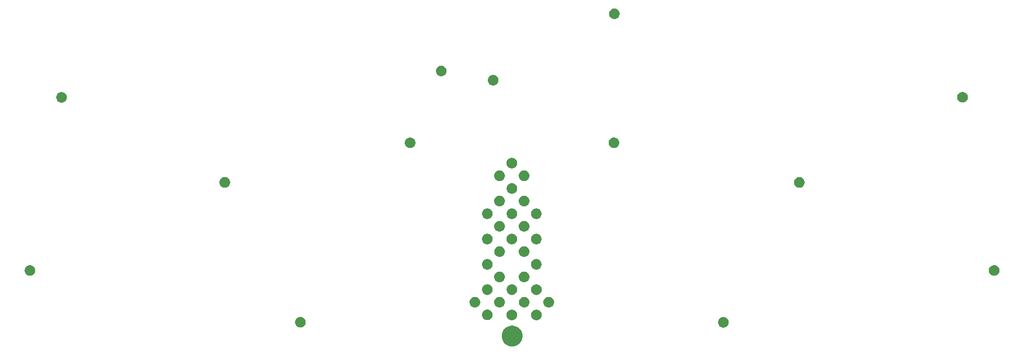
<source format=gbr>
G04 #@! TF.GenerationSoftware,KiCad,Pcbnew,(5.1.6-0-10_14)*
G04 #@! TF.CreationDate,2020-08-27T09:33:25+09:00*
G04 #@! TF.ProjectId,pcb-top-plate,7063622d-746f-4702-9d70-6c6174652e6b,2.0*
G04 #@! TF.SameCoordinates,Original*
G04 #@! TF.FileFunction,Soldermask,Bot*
G04 #@! TF.FilePolarity,Negative*
%FSLAX46Y46*%
G04 Gerber Fmt 4.6, Leading zero omitted, Abs format (unit mm)*
G04 Created by KiCad (PCBNEW (5.1.6-0-10_14)) date 2020-08-27 09:33:25*
%MOMM*%
%LPD*%
G01*
G04 APERTURE LIST*
%ADD10C,0.100000*%
G04 APERTURE END LIST*
D10*
G36*
X145075880Y-116619776D02*
G01*
X145456593Y-116695504D01*
X145866249Y-116865189D01*
X146234929Y-117111534D01*
X146548466Y-117425071D01*
X146794811Y-117793751D01*
X146964496Y-118203407D01*
X147051000Y-118638296D01*
X147051000Y-119081704D01*
X146964496Y-119516593D01*
X146794811Y-119926249D01*
X146548466Y-120294929D01*
X146234929Y-120608466D01*
X145866249Y-120854811D01*
X145456593Y-121024496D01*
X145075880Y-121100224D01*
X145021705Y-121111000D01*
X144578295Y-121111000D01*
X144524120Y-121100224D01*
X144143407Y-121024496D01*
X143733751Y-120854811D01*
X143365071Y-120608466D01*
X143051534Y-120294929D01*
X142805189Y-119926249D01*
X142635504Y-119516593D01*
X142549000Y-119081704D01*
X142549000Y-118638296D01*
X142635504Y-118203407D01*
X142805189Y-117793751D01*
X143051534Y-117425071D01*
X143365071Y-117111534D01*
X143733751Y-116865189D01*
X144143407Y-116695504D01*
X144524120Y-116619776D01*
X144578295Y-116609000D01*
X145021705Y-116609000D01*
X145075880Y-116619776D01*
G37*
G36*
X190874549Y-114761116D02*
G01*
X190985734Y-114783232D01*
X191087056Y-114825201D01*
X191171059Y-114859996D01*
X191195203Y-114869997D01*
X191383720Y-114995960D01*
X191544040Y-115156280D01*
X191670003Y-115344797D01*
X191756768Y-115554266D01*
X191801000Y-115776636D01*
X191801000Y-116003364D01*
X191756768Y-116225734D01*
X191670003Y-116435203D01*
X191544040Y-116623720D01*
X191383720Y-116784040D01*
X191195203Y-116910003D01*
X190985734Y-116996768D01*
X190874549Y-117018884D01*
X190763365Y-117041000D01*
X190536635Y-117041000D01*
X190425451Y-117018884D01*
X190314266Y-116996768D01*
X190104797Y-116910003D01*
X189916280Y-116784040D01*
X189755960Y-116623720D01*
X189629997Y-116435203D01*
X189543232Y-116225734D01*
X189499000Y-116003364D01*
X189499000Y-115776636D01*
X189543232Y-115554266D01*
X189629997Y-115344797D01*
X189755960Y-115156280D01*
X189916280Y-114995960D01*
X190104797Y-114869997D01*
X190128942Y-114859996D01*
X190212944Y-114825201D01*
X190314266Y-114783232D01*
X190425451Y-114761116D01*
X190536635Y-114739000D01*
X190763365Y-114739000D01*
X190874549Y-114761116D01*
G37*
G36*
X99043638Y-114739000D02*
G01*
X99215734Y-114773232D01*
X99425203Y-114859997D01*
X99613720Y-114985960D01*
X99774040Y-115146280D01*
X99900003Y-115334797D01*
X99986768Y-115544266D01*
X100031000Y-115766636D01*
X100031000Y-115993364D01*
X99986768Y-116215734D01*
X99900003Y-116425203D01*
X99774040Y-116613720D01*
X99613720Y-116774040D01*
X99425203Y-116900003D01*
X99425202Y-116900004D01*
X99425201Y-116900004D01*
X99363850Y-116925416D01*
X99215734Y-116986768D01*
X99165460Y-116996768D01*
X98993365Y-117031000D01*
X98766635Y-117031000D01*
X98594540Y-116996768D01*
X98544266Y-116986768D01*
X98396150Y-116925416D01*
X98334799Y-116900004D01*
X98334798Y-116900004D01*
X98334797Y-116900003D01*
X98146280Y-116774040D01*
X97985960Y-116613720D01*
X97859997Y-116425203D01*
X97773232Y-116215734D01*
X97729000Y-115993364D01*
X97729000Y-115766636D01*
X97773232Y-115544266D01*
X97859997Y-115334797D01*
X97985960Y-115146280D01*
X98146280Y-114985960D01*
X98334797Y-114859997D01*
X98544266Y-114773232D01*
X98716362Y-114739000D01*
X98766635Y-114729000D01*
X98993365Y-114729000D01*
X99043638Y-114739000D01*
G37*
G36*
X150304549Y-113151116D02*
G01*
X150415734Y-113173232D01*
X150563850Y-113234584D01*
X150601059Y-113249996D01*
X150625203Y-113259997D01*
X150813720Y-113385960D01*
X150974040Y-113546280D01*
X151100003Y-113734797D01*
X151186768Y-113944266D01*
X151231000Y-114166636D01*
X151231000Y-114393364D01*
X151186768Y-114615734D01*
X151100003Y-114825203D01*
X150974040Y-115013720D01*
X150813720Y-115174040D01*
X150625203Y-115300003D01*
X150415734Y-115386768D01*
X150304549Y-115408884D01*
X150193365Y-115431000D01*
X149966635Y-115431000D01*
X149855451Y-115408884D01*
X149744266Y-115386768D01*
X149534797Y-115300003D01*
X149346280Y-115174040D01*
X149185960Y-115013720D01*
X149059997Y-114825203D01*
X148973232Y-114615734D01*
X148929000Y-114393364D01*
X148929000Y-114166636D01*
X148973232Y-113944266D01*
X149059997Y-113734797D01*
X149185960Y-113546280D01*
X149346280Y-113385960D01*
X149534797Y-113259997D01*
X149558942Y-113249996D01*
X149596150Y-113234584D01*
X149744266Y-113173232D01*
X149855451Y-113151116D01*
X149966635Y-113129000D01*
X150193365Y-113129000D01*
X150304549Y-113151116D01*
G37*
G36*
X144974549Y-113151116D02*
G01*
X145085734Y-113173232D01*
X145233850Y-113234584D01*
X145271059Y-113249996D01*
X145295203Y-113259997D01*
X145483720Y-113385960D01*
X145644040Y-113546280D01*
X145770003Y-113734797D01*
X145856768Y-113944266D01*
X145901000Y-114166636D01*
X145901000Y-114393364D01*
X145856768Y-114615734D01*
X145770003Y-114825203D01*
X145644040Y-115013720D01*
X145483720Y-115174040D01*
X145295203Y-115300003D01*
X145085734Y-115386768D01*
X144974549Y-115408884D01*
X144863365Y-115431000D01*
X144636635Y-115431000D01*
X144525451Y-115408884D01*
X144414266Y-115386768D01*
X144204797Y-115300003D01*
X144016280Y-115174040D01*
X143855960Y-115013720D01*
X143729997Y-114825203D01*
X143643232Y-114615734D01*
X143599000Y-114393364D01*
X143599000Y-114166636D01*
X143643232Y-113944266D01*
X143729997Y-113734797D01*
X143855960Y-113546280D01*
X144016280Y-113385960D01*
X144204797Y-113259997D01*
X144228942Y-113249996D01*
X144266150Y-113234584D01*
X144414266Y-113173232D01*
X144525451Y-113151116D01*
X144636635Y-113129000D01*
X144863365Y-113129000D01*
X144974549Y-113151116D01*
G37*
G36*
X139603638Y-113129000D02*
G01*
X139775734Y-113163232D01*
X139985203Y-113249997D01*
X140173720Y-113375960D01*
X140334040Y-113536280D01*
X140460003Y-113724797D01*
X140546768Y-113934266D01*
X140591000Y-114156636D01*
X140591000Y-114383364D01*
X140546768Y-114605734D01*
X140460003Y-114815203D01*
X140334040Y-115003720D01*
X140173720Y-115164040D01*
X139985203Y-115290003D01*
X139985202Y-115290004D01*
X139985201Y-115290004D01*
X139923850Y-115315416D01*
X139775734Y-115376768D01*
X139725460Y-115386768D01*
X139553365Y-115421000D01*
X139326635Y-115421000D01*
X139154540Y-115386768D01*
X139104266Y-115376768D01*
X138956150Y-115315416D01*
X138894799Y-115290004D01*
X138894798Y-115290004D01*
X138894797Y-115290003D01*
X138706280Y-115164040D01*
X138545960Y-115003720D01*
X138419997Y-114815203D01*
X138333232Y-114605734D01*
X138289000Y-114383364D01*
X138289000Y-114156636D01*
X138333232Y-113934266D01*
X138419997Y-113724797D01*
X138545960Y-113536280D01*
X138706280Y-113375960D01*
X138894797Y-113249997D01*
X139104266Y-113163232D01*
X139276362Y-113129000D01*
X139326635Y-113119000D01*
X139553365Y-113119000D01*
X139603638Y-113129000D01*
G37*
G36*
X152974549Y-110391116D02*
G01*
X153085734Y-110413232D01*
X153295203Y-110499997D01*
X153483720Y-110625960D01*
X153644040Y-110786280D01*
X153770003Y-110974797D01*
X153856768Y-111184266D01*
X153901000Y-111406636D01*
X153901000Y-111633364D01*
X153856768Y-111855734D01*
X153770003Y-112065203D01*
X153644040Y-112253720D01*
X153483720Y-112414040D01*
X153295203Y-112540003D01*
X153085734Y-112626768D01*
X152974549Y-112648884D01*
X152863365Y-112671000D01*
X152636635Y-112671000D01*
X152525451Y-112648884D01*
X152414266Y-112626768D01*
X152204797Y-112540003D01*
X152016280Y-112414040D01*
X151855960Y-112253720D01*
X151729997Y-112065203D01*
X151643232Y-111855734D01*
X151599000Y-111633364D01*
X151599000Y-111406636D01*
X151643232Y-111184266D01*
X151729997Y-110974797D01*
X151855960Y-110786280D01*
X152016280Y-110625960D01*
X152204797Y-110499997D01*
X152414266Y-110413232D01*
X152525451Y-110391116D01*
X152636635Y-110369000D01*
X152863365Y-110369000D01*
X152974549Y-110391116D01*
G37*
G36*
X147654549Y-110391116D02*
G01*
X147765734Y-110413232D01*
X147975203Y-110499997D01*
X148163720Y-110625960D01*
X148324040Y-110786280D01*
X148450003Y-110974797D01*
X148536768Y-111184266D01*
X148581000Y-111406636D01*
X148581000Y-111633364D01*
X148536768Y-111855734D01*
X148450003Y-112065203D01*
X148324040Y-112253720D01*
X148163720Y-112414040D01*
X147975203Y-112540003D01*
X147765734Y-112626768D01*
X147654549Y-112648884D01*
X147543365Y-112671000D01*
X147316635Y-112671000D01*
X147205451Y-112648884D01*
X147094266Y-112626768D01*
X146884797Y-112540003D01*
X146696280Y-112414040D01*
X146535960Y-112253720D01*
X146409997Y-112065203D01*
X146323232Y-111855734D01*
X146279000Y-111633364D01*
X146279000Y-111406636D01*
X146323232Y-111184266D01*
X146409997Y-110974797D01*
X146535960Y-110786280D01*
X146696280Y-110625960D01*
X146884797Y-110499997D01*
X147094266Y-110413232D01*
X147205451Y-110391116D01*
X147316635Y-110369000D01*
X147543365Y-110369000D01*
X147654549Y-110391116D01*
G37*
G36*
X142304549Y-110391116D02*
G01*
X142415734Y-110413232D01*
X142625203Y-110499997D01*
X142813720Y-110625960D01*
X142974040Y-110786280D01*
X143100003Y-110974797D01*
X143186768Y-111184266D01*
X143231000Y-111406636D01*
X143231000Y-111633364D01*
X143186768Y-111855734D01*
X143100003Y-112065203D01*
X142974040Y-112253720D01*
X142813720Y-112414040D01*
X142625203Y-112540003D01*
X142415734Y-112626768D01*
X142304549Y-112648884D01*
X142193365Y-112671000D01*
X141966635Y-112671000D01*
X141855451Y-112648884D01*
X141744266Y-112626768D01*
X141534797Y-112540003D01*
X141346280Y-112414040D01*
X141185960Y-112253720D01*
X141059997Y-112065203D01*
X140973232Y-111855734D01*
X140929000Y-111633364D01*
X140929000Y-111406636D01*
X140973232Y-111184266D01*
X141059997Y-110974797D01*
X141185960Y-110786280D01*
X141346280Y-110625960D01*
X141534797Y-110499997D01*
X141744266Y-110413232D01*
X141855451Y-110391116D01*
X141966635Y-110369000D01*
X142193365Y-110369000D01*
X142304549Y-110391116D01*
G37*
G36*
X136964549Y-110391116D02*
G01*
X137075734Y-110413232D01*
X137285203Y-110499997D01*
X137473720Y-110625960D01*
X137634040Y-110786280D01*
X137760003Y-110974797D01*
X137846768Y-111184266D01*
X137891000Y-111406636D01*
X137891000Y-111633364D01*
X137846768Y-111855734D01*
X137760003Y-112065203D01*
X137634040Y-112253720D01*
X137473720Y-112414040D01*
X137285203Y-112540003D01*
X137075734Y-112626768D01*
X136964549Y-112648884D01*
X136853365Y-112671000D01*
X136626635Y-112671000D01*
X136515451Y-112648884D01*
X136404266Y-112626768D01*
X136194797Y-112540003D01*
X136006280Y-112414040D01*
X135845960Y-112253720D01*
X135719997Y-112065203D01*
X135633232Y-111855734D01*
X135589000Y-111633364D01*
X135589000Y-111406636D01*
X135633232Y-111184266D01*
X135719997Y-110974797D01*
X135845960Y-110786280D01*
X136006280Y-110625960D01*
X136194797Y-110499997D01*
X136404266Y-110413232D01*
X136515451Y-110391116D01*
X136626635Y-110369000D01*
X136853365Y-110369000D01*
X136964549Y-110391116D01*
G37*
G36*
X144984549Y-107641116D02*
G01*
X145095734Y-107663232D01*
X145305203Y-107749997D01*
X145493720Y-107875960D01*
X145654040Y-108036280D01*
X145780003Y-108224797D01*
X145866768Y-108434266D01*
X145911000Y-108656636D01*
X145911000Y-108883364D01*
X145866768Y-109105734D01*
X145780003Y-109315203D01*
X145654040Y-109503720D01*
X145493720Y-109664040D01*
X145305203Y-109790003D01*
X145095734Y-109876768D01*
X144984549Y-109898884D01*
X144873365Y-109921000D01*
X144646635Y-109921000D01*
X144535451Y-109898884D01*
X144424266Y-109876768D01*
X144214797Y-109790003D01*
X144026280Y-109664040D01*
X143865960Y-109503720D01*
X143739997Y-109315203D01*
X143653232Y-109105734D01*
X143609000Y-108883364D01*
X143609000Y-108656636D01*
X143653232Y-108434266D01*
X143739997Y-108224797D01*
X143865960Y-108036280D01*
X144026280Y-107875960D01*
X144214797Y-107749997D01*
X144424266Y-107663232D01*
X144535451Y-107641116D01*
X144646635Y-107619000D01*
X144873365Y-107619000D01*
X144984549Y-107641116D01*
G37*
G36*
X139664549Y-107641116D02*
G01*
X139775734Y-107663232D01*
X139985203Y-107749997D01*
X140173720Y-107875960D01*
X140334040Y-108036280D01*
X140460003Y-108224797D01*
X140546768Y-108434266D01*
X140591000Y-108656636D01*
X140591000Y-108883364D01*
X140546768Y-109105734D01*
X140460003Y-109315203D01*
X140334040Y-109503720D01*
X140173720Y-109664040D01*
X139985203Y-109790003D01*
X139775734Y-109876768D01*
X139664549Y-109898884D01*
X139553365Y-109921000D01*
X139326635Y-109921000D01*
X139215451Y-109898884D01*
X139104266Y-109876768D01*
X138894797Y-109790003D01*
X138706280Y-109664040D01*
X138545960Y-109503720D01*
X138419997Y-109315203D01*
X138333232Y-109105734D01*
X138289000Y-108883364D01*
X138289000Y-108656636D01*
X138333232Y-108434266D01*
X138419997Y-108224797D01*
X138545960Y-108036280D01*
X138706280Y-107875960D01*
X138894797Y-107749997D01*
X139104266Y-107663232D01*
X139215451Y-107641116D01*
X139326635Y-107619000D01*
X139553365Y-107619000D01*
X139664549Y-107641116D01*
G37*
G36*
X150304549Y-107641116D02*
G01*
X150415734Y-107663232D01*
X150625203Y-107749997D01*
X150813720Y-107875960D01*
X150974040Y-108036280D01*
X151100003Y-108224797D01*
X151186768Y-108434266D01*
X151231000Y-108656636D01*
X151231000Y-108883364D01*
X151186768Y-109105734D01*
X151100003Y-109315203D01*
X150974040Y-109503720D01*
X150813720Y-109664040D01*
X150625203Y-109790003D01*
X150415734Y-109876768D01*
X150304549Y-109898884D01*
X150193365Y-109921000D01*
X149966635Y-109921000D01*
X149855451Y-109898884D01*
X149744266Y-109876768D01*
X149534797Y-109790003D01*
X149346280Y-109664040D01*
X149185960Y-109503720D01*
X149059997Y-109315203D01*
X148973232Y-109105734D01*
X148929000Y-108883364D01*
X148929000Y-108656636D01*
X148973232Y-108434266D01*
X149059997Y-108224797D01*
X149185960Y-108036280D01*
X149346280Y-107875960D01*
X149534797Y-107749997D01*
X149744266Y-107663232D01*
X149855451Y-107641116D01*
X149966635Y-107619000D01*
X150193365Y-107619000D01*
X150304549Y-107641116D01*
G37*
G36*
X142304549Y-104891116D02*
G01*
X142415734Y-104913232D01*
X142563850Y-104974584D01*
X142601059Y-104989996D01*
X142625203Y-104999997D01*
X142813720Y-105125960D01*
X142974040Y-105286280D01*
X143100003Y-105474797D01*
X143186768Y-105684266D01*
X143231000Y-105906636D01*
X143231000Y-106133364D01*
X143186768Y-106355734D01*
X143100003Y-106565203D01*
X142974040Y-106753720D01*
X142813720Y-106914040D01*
X142625203Y-107040003D01*
X142415734Y-107126768D01*
X142304549Y-107148884D01*
X142193365Y-107171000D01*
X141966635Y-107171000D01*
X141855451Y-107148884D01*
X141744266Y-107126768D01*
X141534797Y-107040003D01*
X141346280Y-106914040D01*
X141185960Y-106753720D01*
X141059997Y-106565203D01*
X140973232Y-106355734D01*
X140929000Y-106133364D01*
X140929000Y-105906636D01*
X140973232Y-105684266D01*
X141059997Y-105474797D01*
X141185960Y-105286280D01*
X141346280Y-105125960D01*
X141534797Y-104999997D01*
X141558942Y-104989996D01*
X141596150Y-104974584D01*
X141744266Y-104913232D01*
X141855451Y-104891116D01*
X141966635Y-104869000D01*
X142193365Y-104869000D01*
X142304549Y-104891116D01*
G37*
G36*
X147583638Y-104869000D02*
G01*
X147755734Y-104903232D01*
X147965203Y-104989997D01*
X148153720Y-105115960D01*
X148314040Y-105276280D01*
X148440003Y-105464797D01*
X148526768Y-105674266D01*
X148571000Y-105896636D01*
X148571000Y-106123364D01*
X148526768Y-106345734D01*
X148440003Y-106555203D01*
X148314040Y-106743720D01*
X148153720Y-106904040D01*
X147965203Y-107030003D01*
X147965202Y-107030004D01*
X147965201Y-107030004D01*
X147903850Y-107055416D01*
X147755734Y-107116768D01*
X147705460Y-107126768D01*
X147533365Y-107161000D01*
X147306635Y-107161000D01*
X147134540Y-107126768D01*
X147084266Y-107116768D01*
X146936150Y-107055416D01*
X146874799Y-107030004D01*
X146874798Y-107030004D01*
X146874797Y-107030003D01*
X146686280Y-106904040D01*
X146525960Y-106743720D01*
X146399997Y-106555203D01*
X146313232Y-106345734D01*
X146269000Y-106123364D01*
X146269000Y-105896636D01*
X146313232Y-105674266D01*
X146399997Y-105464797D01*
X146525960Y-105276280D01*
X146686280Y-105115960D01*
X146874797Y-104989997D01*
X147084266Y-104903232D01*
X147256362Y-104869000D01*
X147306635Y-104859000D01*
X147533365Y-104859000D01*
X147583638Y-104869000D01*
G37*
G36*
X249624549Y-103481116D02*
G01*
X249735734Y-103503232D01*
X249945203Y-103589997D01*
X250133720Y-103715960D01*
X250294040Y-103876280D01*
X250420003Y-104064797D01*
X250506768Y-104274266D01*
X250551000Y-104496636D01*
X250551000Y-104723364D01*
X250506768Y-104945734D01*
X250420003Y-105155203D01*
X250294040Y-105343720D01*
X250133720Y-105504040D01*
X249945203Y-105630003D01*
X249735734Y-105716768D01*
X249624549Y-105738884D01*
X249513365Y-105761000D01*
X249286635Y-105761000D01*
X249175451Y-105738884D01*
X249064266Y-105716768D01*
X248854797Y-105630003D01*
X248666280Y-105504040D01*
X248505960Y-105343720D01*
X248379997Y-105155203D01*
X248293232Y-104945734D01*
X248249000Y-104723364D01*
X248249000Y-104496636D01*
X248293232Y-104274266D01*
X248379997Y-104064797D01*
X248505960Y-103876280D01*
X248666280Y-103715960D01*
X248854797Y-103589997D01*
X249064266Y-103503232D01*
X249175451Y-103481116D01*
X249286635Y-103459000D01*
X249513365Y-103459000D01*
X249624549Y-103481116D01*
G37*
G36*
X40424549Y-103481116D02*
G01*
X40535734Y-103503232D01*
X40745203Y-103589997D01*
X40933720Y-103715960D01*
X41094040Y-103876280D01*
X41220003Y-104064797D01*
X41306768Y-104274266D01*
X41351000Y-104496636D01*
X41351000Y-104723364D01*
X41306768Y-104945734D01*
X41220003Y-105155203D01*
X41094040Y-105343720D01*
X40933720Y-105504040D01*
X40745203Y-105630003D01*
X40535734Y-105716768D01*
X40424549Y-105738884D01*
X40313365Y-105761000D01*
X40086635Y-105761000D01*
X39975451Y-105738884D01*
X39864266Y-105716768D01*
X39654797Y-105630003D01*
X39466280Y-105504040D01*
X39305960Y-105343720D01*
X39179997Y-105155203D01*
X39093232Y-104945734D01*
X39049000Y-104723364D01*
X39049000Y-104496636D01*
X39093232Y-104274266D01*
X39179997Y-104064797D01*
X39305960Y-103876280D01*
X39466280Y-103715960D01*
X39654797Y-103589997D01*
X39864266Y-103503232D01*
X39975451Y-103481116D01*
X40086635Y-103459000D01*
X40313365Y-103459000D01*
X40424549Y-103481116D01*
G37*
G36*
X150294549Y-102141116D02*
G01*
X150405734Y-102163232D01*
X150615203Y-102249997D01*
X150803720Y-102375960D01*
X150964040Y-102536280D01*
X151090003Y-102724797D01*
X151176768Y-102934266D01*
X151221000Y-103156636D01*
X151221000Y-103383364D01*
X151176768Y-103605734D01*
X151090003Y-103815203D01*
X150964040Y-104003720D01*
X150803720Y-104164040D01*
X150615203Y-104290003D01*
X150405734Y-104376768D01*
X150294549Y-104398884D01*
X150183365Y-104421000D01*
X149956635Y-104421000D01*
X149845451Y-104398884D01*
X149734266Y-104376768D01*
X149524797Y-104290003D01*
X149336280Y-104164040D01*
X149175960Y-104003720D01*
X149049997Y-103815203D01*
X148963232Y-103605734D01*
X148919000Y-103383364D01*
X148919000Y-103156636D01*
X148963232Y-102934266D01*
X149049997Y-102724797D01*
X149175960Y-102536280D01*
X149336280Y-102375960D01*
X149524797Y-102249997D01*
X149734266Y-102163232D01*
X149845451Y-102141116D01*
X149956635Y-102119000D01*
X150183365Y-102119000D01*
X150294549Y-102141116D01*
G37*
G36*
X139664549Y-102141116D02*
G01*
X139775734Y-102163232D01*
X139985203Y-102249997D01*
X140173720Y-102375960D01*
X140334040Y-102536280D01*
X140460003Y-102724797D01*
X140546768Y-102934266D01*
X140591000Y-103156636D01*
X140591000Y-103383364D01*
X140546768Y-103605734D01*
X140460003Y-103815203D01*
X140334040Y-104003720D01*
X140173720Y-104164040D01*
X139985203Y-104290003D01*
X139775734Y-104376768D01*
X139664549Y-104398884D01*
X139553365Y-104421000D01*
X139326635Y-104421000D01*
X139215451Y-104398884D01*
X139104266Y-104376768D01*
X138894797Y-104290003D01*
X138706280Y-104164040D01*
X138545960Y-104003720D01*
X138419997Y-103815203D01*
X138333232Y-103605734D01*
X138289000Y-103383364D01*
X138289000Y-103156636D01*
X138333232Y-102934266D01*
X138419997Y-102724797D01*
X138545960Y-102536280D01*
X138706280Y-102375960D01*
X138894797Y-102249997D01*
X139104266Y-102163232D01*
X139215451Y-102141116D01*
X139326635Y-102119000D01*
X139553365Y-102119000D01*
X139664549Y-102141116D01*
G37*
G36*
X147644549Y-99381116D02*
G01*
X147755734Y-99403232D01*
X147965203Y-99489997D01*
X148153720Y-99615960D01*
X148314040Y-99776280D01*
X148440003Y-99964797D01*
X148526768Y-100174266D01*
X148571000Y-100396636D01*
X148571000Y-100623364D01*
X148526768Y-100845734D01*
X148440003Y-101055203D01*
X148314040Y-101243720D01*
X148153720Y-101404040D01*
X147965203Y-101530003D01*
X147755734Y-101616768D01*
X147644549Y-101638884D01*
X147533365Y-101661000D01*
X147306635Y-101661000D01*
X147195451Y-101638884D01*
X147084266Y-101616768D01*
X146874797Y-101530003D01*
X146686280Y-101404040D01*
X146525960Y-101243720D01*
X146399997Y-101055203D01*
X146313232Y-100845734D01*
X146269000Y-100623364D01*
X146269000Y-100396636D01*
X146313232Y-100174266D01*
X146399997Y-99964797D01*
X146525960Y-99776280D01*
X146686280Y-99615960D01*
X146874797Y-99489997D01*
X147084266Y-99403232D01*
X147195451Y-99381116D01*
X147306635Y-99359000D01*
X147533365Y-99359000D01*
X147644549Y-99381116D01*
G37*
G36*
X142314549Y-99381116D02*
G01*
X142425734Y-99403232D01*
X142635203Y-99489997D01*
X142823720Y-99615960D01*
X142984040Y-99776280D01*
X143110003Y-99964797D01*
X143196768Y-100174266D01*
X143241000Y-100396636D01*
X143241000Y-100623364D01*
X143196768Y-100845734D01*
X143110003Y-101055203D01*
X142984040Y-101243720D01*
X142823720Y-101404040D01*
X142635203Y-101530003D01*
X142425734Y-101616768D01*
X142314549Y-101638884D01*
X142203365Y-101661000D01*
X141976635Y-101661000D01*
X141865451Y-101638884D01*
X141754266Y-101616768D01*
X141544797Y-101530003D01*
X141356280Y-101404040D01*
X141195960Y-101243720D01*
X141069997Y-101055203D01*
X140983232Y-100845734D01*
X140939000Y-100623364D01*
X140939000Y-100396636D01*
X140983232Y-100174266D01*
X141069997Y-99964797D01*
X141195960Y-99776280D01*
X141356280Y-99615960D01*
X141544797Y-99489997D01*
X141754266Y-99403232D01*
X141865451Y-99381116D01*
X141976635Y-99359000D01*
X142203365Y-99359000D01*
X142314549Y-99381116D01*
G37*
G36*
X150294549Y-96641116D02*
G01*
X150405734Y-96663232D01*
X150615203Y-96749997D01*
X150803720Y-96875960D01*
X150964040Y-97036280D01*
X151090003Y-97224797D01*
X151176768Y-97434266D01*
X151221000Y-97656636D01*
X151221000Y-97883364D01*
X151176768Y-98105734D01*
X151090003Y-98315203D01*
X150964040Y-98503720D01*
X150803720Y-98664040D01*
X150615203Y-98790003D01*
X150405734Y-98876768D01*
X150294549Y-98898884D01*
X150183365Y-98921000D01*
X149956635Y-98921000D01*
X149845451Y-98898884D01*
X149734266Y-98876768D01*
X149524797Y-98790003D01*
X149336280Y-98664040D01*
X149175960Y-98503720D01*
X149049997Y-98315203D01*
X148963232Y-98105734D01*
X148919000Y-97883364D01*
X148919000Y-97656636D01*
X148963232Y-97434266D01*
X149049997Y-97224797D01*
X149175960Y-97036280D01*
X149336280Y-96875960D01*
X149524797Y-96749997D01*
X149734266Y-96663232D01*
X149845451Y-96641116D01*
X149956635Y-96619000D01*
X150183365Y-96619000D01*
X150294549Y-96641116D01*
G37*
G36*
X139664549Y-96641116D02*
G01*
X139775734Y-96663232D01*
X139985203Y-96749997D01*
X140173720Y-96875960D01*
X140334040Y-97036280D01*
X140460003Y-97224797D01*
X140546768Y-97434266D01*
X140591000Y-97656636D01*
X140591000Y-97883364D01*
X140546768Y-98105734D01*
X140460003Y-98315203D01*
X140334040Y-98503720D01*
X140173720Y-98664040D01*
X139985203Y-98790003D01*
X139775734Y-98876768D01*
X139664549Y-98898884D01*
X139553365Y-98921000D01*
X139326635Y-98921000D01*
X139215451Y-98898884D01*
X139104266Y-98876768D01*
X138894797Y-98790003D01*
X138706280Y-98664040D01*
X138545960Y-98503720D01*
X138419997Y-98315203D01*
X138333232Y-98105734D01*
X138289000Y-97883364D01*
X138289000Y-97656636D01*
X138333232Y-97434266D01*
X138419997Y-97224797D01*
X138545960Y-97036280D01*
X138706280Y-96875960D01*
X138894797Y-96749997D01*
X139104266Y-96663232D01*
X139215451Y-96641116D01*
X139326635Y-96619000D01*
X139553365Y-96619000D01*
X139664549Y-96641116D01*
G37*
G36*
X144974549Y-96641116D02*
G01*
X145085734Y-96663232D01*
X145295203Y-96749997D01*
X145483720Y-96875960D01*
X145644040Y-97036280D01*
X145770003Y-97224797D01*
X145856768Y-97434266D01*
X145901000Y-97656636D01*
X145901000Y-97883364D01*
X145856768Y-98105734D01*
X145770003Y-98315203D01*
X145644040Y-98503720D01*
X145483720Y-98664040D01*
X145295203Y-98790003D01*
X145085734Y-98876768D01*
X144974549Y-98898884D01*
X144863365Y-98921000D01*
X144636635Y-98921000D01*
X144525451Y-98898884D01*
X144414266Y-98876768D01*
X144204797Y-98790003D01*
X144016280Y-98664040D01*
X143855960Y-98503720D01*
X143729997Y-98315203D01*
X143643232Y-98105734D01*
X143599000Y-97883364D01*
X143599000Y-97656636D01*
X143643232Y-97434266D01*
X143729997Y-97224797D01*
X143855960Y-97036280D01*
X144016280Y-96875960D01*
X144204797Y-96749997D01*
X144414266Y-96663232D01*
X144525451Y-96641116D01*
X144636635Y-96619000D01*
X144863365Y-96619000D01*
X144974549Y-96641116D01*
G37*
G36*
X142304549Y-93881116D02*
G01*
X142415734Y-93903232D01*
X142625203Y-93989997D01*
X142813720Y-94115960D01*
X142974040Y-94276280D01*
X143100003Y-94464797D01*
X143186768Y-94674266D01*
X143231000Y-94896636D01*
X143231000Y-95123364D01*
X143186768Y-95345734D01*
X143100003Y-95555203D01*
X142974040Y-95743720D01*
X142813720Y-95904040D01*
X142625203Y-96030003D01*
X142415734Y-96116768D01*
X142304549Y-96138884D01*
X142193365Y-96161000D01*
X141966635Y-96161000D01*
X141855451Y-96138884D01*
X141744266Y-96116768D01*
X141534797Y-96030003D01*
X141346280Y-95904040D01*
X141185960Y-95743720D01*
X141059997Y-95555203D01*
X140973232Y-95345734D01*
X140929000Y-95123364D01*
X140929000Y-94896636D01*
X140973232Y-94674266D01*
X141059997Y-94464797D01*
X141185960Y-94276280D01*
X141346280Y-94115960D01*
X141534797Y-93989997D01*
X141744266Y-93903232D01*
X141855451Y-93881116D01*
X141966635Y-93859000D01*
X142193365Y-93859000D01*
X142304549Y-93881116D01*
G37*
G36*
X147644549Y-93881116D02*
G01*
X147755734Y-93903232D01*
X147965203Y-93989997D01*
X148153720Y-94115960D01*
X148314040Y-94276280D01*
X148440003Y-94464797D01*
X148526768Y-94674266D01*
X148571000Y-94896636D01*
X148571000Y-95123364D01*
X148526768Y-95345734D01*
X148440003Y-95555203D01*
X148314040Y-95743720D01*
X148153720Y-95904040D01*
X147965203Y-96030003D01*
X147755734Y-96116768D01*
X147644549Y-96138884D01*
X147533365Y-96161000D01*
X147306635Y-96161000D01*
X147195451Y-96138884D01*
X147084266Y-96116768D01*
X146874797Y-96030003D01*
X146686280Y-95904040D01*
X146525960Y-95743720D01*
X146399997Y-95555203D01*
X146313232Y-95345734D01*
X146269000Y-95123364D01*
X146269000Y-94896636D01*
X146313232Y-94674266D01*
X146399997Y-94464797D01*
X146525960Y-94276280D01*
X146686280Y-94115960D01*
X146874797Y-93989997D01*
X147084266Y-93903232D01*
X147195451Y-93881116D01*
X147306635Y-93859000D01*
X147533365Y-93859000D01*
X147644549Y-93881116D01*
G37*
G36*
X144984549Y-91141116D02*
G01*
X145095734Y-91163232D01*
X145305203Y-91249997D01*
X145493720Y-91375960D01*
X145654040Y-91536280D01*
X145780003Y-91724797D01*
X145866768Y-91934266D01*
X145911000Y-92156636D01*
X145911000Y-92383364D01*
X145866768Y-92605734D01*
X145780003Y-92815203D01*
X145654040Y-93003720D01*
X145493720Y-93164040D01*
X145305203Y-93290003D01*
X145095734Y-93376768D01*
X144984549Y-93398884D01*
X144873365Y-93421000D01*
X144646635Y-93421000D01*
X144535451Y-93398884D01*
X144424266Y-93376768D01*
X144214797Y-93290003D01*
X144026280Y-93164040D01*
X143865960Y-93003720D01*
X143739997Y-92815203D01*
X143653232Y-92605734D01*
X143609000Y-92383364D01*
X143609000Y-92156636D01*
X143653232Y-91934266D01*
X143739997Y-91724797D01*
X143865960Y-91536280D01*
X144026280Y-91375960D01*
X144214797Y-91249997D01*
X144424266Y-91163232D01*
X144535451Y-91141116D01*
X144646635Y-91119000D01*
X144873365Y-91119000D01*
X144984549Y-91141116D01*
G37*
G36*
X139664549Y-91141116D02*
G01*
X139775734Y-91163232D01*
X139985203Y-91249997D01*
X140173720Y-91375960D01*
X140334040Y-91536280D01*
X140460003Y-91724797D01*
X140546768Y-91934266D01*
X140591000Y-92156636D01*
X140591000Y-92383364D01*
X140546768Y-92605734D01*
X140460003Y-92815203D01*
X140334040Y-93003720D01*
X140173720Y-93164040D01*
X139985203Y-93290003D01*
X139775734Y-93376768D01*
X139664549Y-93398884D01*
X139553365Y-93421000D01*
X139326635Y-93421000D01*
X139215451Y-93398884D01*
X139104266Y-93376768D01*
X138894797Y-93290003D01*
X138706280Y-93164040D01*
X138545960Y-93003720D01*
X138419997Y-92815203D01*
X138333232Y-92605734D01*
X138289000Y-92383364D01*
X138289000Y-92156636D01*
X138333232Y-91934266D01*
X138419997Y-91724797D01*
X138545960Y-91536280D01*
X138706280Y-91375960D01*
X138894797Y-91249997D01*
X139104266Y-91163232D01*
X139215451Y-91141116D01*
X139326635Y-91119000D01*
X139553365Y-91119000D01*
X139664549Y-91141116D01*
G37*
G36*
X150294549Y-91141116D02*
G01*
X150405734Y-91163232D01*
X150615203Y-91249997D01*
X150803720Y-91375960D01*
X150964040Y-91536280D01*
X151090003Y-91724797D01*
X151176768Y-91934266D01*
X151221000Y-92156636D01*
X151221000Y-92383364D01*
X151176768Y-92605734D01*
X151090003Y-92815203D01*
X150964040Y-93003720D01*
X150803720Y-93164040D01*
X150615203Y-93290003D01*
X150405734Y-93376768D01*
X150294549Y-93398884D01*
X150183365Y-93421000D01*
X149956635Y-93421000D01*
X149845451Y-93398884D01*
X149734266Y-93376768D01*
X149524797Y-93290003D01*
X149336280Y-93164040D01*
X149175960Y-93003720D01*
X149049997Y-92815203D01*
X148963232Y-92605734D01*
X148919000Y-92383364D01*
X148919000Y-92156636D01*
X148963232Y-91934266D01*
X149049997Y-91724797D01*
X149175960Y-91536280D01*
X149336280Y-91375960D01*
X149524797Y-91249997D01*
X149734266Y-91163232D01*
X149845451Y-91141116D01*
X149956635Y-91119000D01*
X150183365Y-91119000D01*
X150294549Y-91141116D01*
G37*
G36*
X147644549Y-88381116D02*
G01*
X147755734Y-88403232D01*
X147965203Y-88489997D01*
X148153720Y-88615960D01*
X148314040Y-88776280D01*
X148440003Y-88964797D01*
X148526768Y-89174266D01*
X148571000Y-89396636D01*
X148571000Y-89623364D01*
X148526768Y-89845734D01*
X148440003Y-90055203D01*
X148314040Y-90243720D01*
X148153720Y-90404040D01*
X147965203Y-90530003D01*
X147755734Y-90616768D01*
X147644549Y-90638884D01*
X147533365Y-90661000D01*
X147306635Y-90661000D01*
X147195451Y-90638884D01*
X147084266Y-90616768D01*
X146874797Y-90530003D01*
X146686280Y-90404040D01*
X146525960Y-90243720D01*
X146399997Y-90055203D01*
X146313232Y-89845734D01*
X146269000Y-89623364D01*
X146269000Y-89396636D01*
X146313232Y-89174266D01*
X146399997Y-88964797D01*
X146525960Y-88776280D01*
X146686280Y-88615960D01*
X146874797Y-88489997D01*
X147084266Y-88403232D01*
X147195451Y-88381116D01*
X147306635Y-88359000D01*
X147533365Y-88359000D01*
X147644549Y-88381116D01*
G37*
G36*
X142304549Y-88381116D02*
G01*
X142415734Y-88403232D01*
X142625203Y-88489997D01*
X142813720Y-88615960D01*
X142974040Y-88776280D01*
X143100003Y-88964797D01*
X143186768Y-89174266D01*
X143231000Y-89396636D01*
X143231000Y-89623364D01*
X143186768Y-89845734D01*
X143100003Y-90055203D01*
X142974040Y-90243720D01*
X142813720Y-90404040D01*
X142625203Y-90530003D01*
X142415734Y-90616768D01*
X142304549Y-90638884D01*
X142193365Y-90661000D01*
X141966635Y-90661000D01*
X141855451Y-90638884D01*
X141744266Y-90616768D01*
X141534797Y-90530003D01*
X141346280Y-90404040D01*
X141185960Y-90243720D01*
X141059997Y-90055203D01*
X140973232Y-89845734D01*
X140929000Y-89623364D01*
X140929000Y-89396636D01*
X140973232Y-89174266D01*
X141059997Y-88964797D01*
X141185960Y-88776280D01*
X141346280Y-88615960D01*
X141534797Y-88489997D01*
X141744266Y-88403232D01*
X141855451Y-88381116D01*
X141966635Y-88359000D01*
X142193365Y-88359000D01*
X142304549Y-88381116D01*
G37*
G36*
X144984549Y-85641116D02*
G01*
X145095734Y-85663232D01*
X145305203Y-85749997D01*
X145493720Y-85875960D01*
X145654040Y-86036280D01*
X145780003Y-86224797D01*
X145866768Y-86434266D01*
X145911000Y-86656636D01*
X145911000Y-86883364D01*
X145866768Y-87105734D01*
X145780003Y-87315203D01*
X145654040Y-87503720D01*
X145493720Y-87664040D01*
X145305203Y-87790003D01*
X145095734Y-87876768D01*
X144984549Y-87898884D01*
X144873365Y-87921000D01*
X144646635Y-87921000D01*
X144535451Y-87898884D01*
X144424266Y-87876768D01*
X144214797Y-87790003D01*
X144026280Y-87664040D01*
X143865960Y-87503720D01*
X143739997Y-87315203D01*
X143653232Y-87105734D01*
X143609000Y-86883364D01*
X143609000Y-86656636D01*
X143653232Y-86434266D01*
X143739997Y-86224797D01*
X143865960Y-86036280D01*
X144026280Y-85875960D01*
X144214797Y-85749997D01*
X144424266Y-85663232D01*
X144535451Y-85641116D01*
X144646635Y-85619000D01*
X144873365Y-85619000D01*
X144984549Y-85641116D01*
G37*
G36*
X207344549Y-84321116D02*
G01*
X207455734Y-84343232D01*
X207665203Y-84429997D01*
X207853720Y-84555960D01*
X208014040Y-84716280D01*
X208140003Y-84904797D01*
X208226768Y-85114266D01*
X208271000Y-85336636D01*
X208271000Y-85563364D01*
X208226768Y-85785734D01*
X208140003Y-85995203D01*
X208014040Y-86183720D01*
X207853720Y-86344040D01*
X207665203Y-86470003D01*
X207455734Y-86556768D01*
X207344549Y-86578884D01*
X207233365Y-86601000D01*
X207006635Y-86601000D01*
X206895451Y-86578884D01*
X206784266Y-86556768D01*
X206574797Y-86470003D01*
X206386280Y-86344040D01*
X206225960Y-86183720D01*
X206099997Y-85995203D01*
X206013232Y-85785734D01*
X205969000Y-85563364D01*
X205969000Y-85336636D01*
X206013232Y-85114266D01*
X206099997Y-84904797D01*
X206225960Y-84716280D01*
X206386280Y-84555960D01*
X206574797Y-84429997D01*
X206784266Y-84343232D01*
X206895451Y-84321116D01*
X207006635Y-84299000D01*
X207233365Y-84299000D01*
X207344549Y-84321116D01*
G37*
G36*
X82704549Y-84321116D02*
G01*
X82815734Y-84343232D01*
X83025203Y-84429997D01*
X83213720Y-84555960D01*
X83374040Y-84716280D01*
X83500003Y-84904797D01*
X83586768Y-85114266D01*
X83631000Y-85336636D01*
X83631000Y-85563364D01*
X83586768Y-85785734D01*
X83500003Y-85995203D01*
X83374040Y-86183720D01*
X83213720Y-86344040D01*
X83025203Y-86470003D01*
X82815734Y-86556768D01*
X82704549Y-86578884D01*
X82593365Y-86601000D01*
X82366635Y-86601000D01*
X82255451Y-86578884D01*
X82144266Y-86556768D01*
X81934797Y-86470003D01*
X81746280Y-86344040D01*
X81585960Y-86183720D01*
X81459997Y-85995203D01*
X81373232Y-85785734D01*
X81329000Y-85563364D01*
X81329000Y-85336636D01*
X81373232Y-85114266D01*
X81459997Y-84904797D01*
X81585960Y-84716280D01*
X81746280Y-84555960D01*
X81934797Y-84429997D01*
X82144266Y-84343232D01*
X82255451Y-84321116D01*
X82366635Y-84299000D01*
X82593365Y-84299000D01*
X82704549Y-84321116D01*
G37*
G36*
X147644549Y-82881116D02*
G01*
X147755734Y-82903232D01*
X147965203Y-82989997D01*
X148153720Y-83115960D01*
X148314040Y-83276280D01*
X148440003Y-83464797D01*
X148526768Y-83674266D01*
X148571000Y-83896636D01*
X148571000Y-84123364D01*
X148526768Y-84345734D01*
X148440003Y-84555203D01*
X148314040Y-84743720D01*
X148153720Y-84904040D01*
X147965203Y-85030003D01*
X147755734Y-85116768D01*
X147644549Y-85138884D01*
X147533365Y-85161000D01*
X147306635Y-85161000D01*
X147195451Y-85138884D01*
X147084266Y-85116768D01*
X146874797Y-85030003D01*
X146686280Y-84904040D01*
X146525960Y-84743720D01*
X146399997Y-84555203D01*
X146313232Y-84345734D01*
X146269000Y-84123364D01*
X146269000Y-83896636D01*
X146313232Y-83674266D01*
X146399997Y-83464797D01*
X146525960Y-83276280D01*
X146686280Y-83115960D01*
X146874797Y-82989997D01*
X147084266Y-82903232D01*
X147195451Y-82881116D01*
X147306635Y-82859000D01*
X147533365Y-82859000D01*
X147644549Y-82881116D01*
G37*
G36*
X142304549Y-82881116D02*
G01*
X142415734Y-82903232D01*
X142625203Y-82989997D01*
X142813720Y-83115960D01*
X142974040Y-83276280D01*
X143100003Y-83464797D01*
X143186768Y-83674266D01*
X143231000Y-83896636D01*
X143231000Y-84123364D01*
X143186768Y-84345734D01*
X143100003Y-84555203D01*
X142974040Y-84743720D01*
X142813720Y-84904040D01*
X142625203Y-85030003D01*
X142415734Y-85116768D01*
X142304549Y-85138884D01*
X142193365Y-85161000D01*
X141966635Y-85161000D01*
X141855451Y-85138884D01*
X141744266Y-85116768D01*
X141534797Y-85030003D01*
X141346280Y-84904040D01*
X141185960Y-84743720D01*
X141059997Y-84555203D01*
X140973232Y-84345734D01*
X140929000Y-84123364D01*
X140929000Y-83896636D01*
X140973232Y-83674266D01*
X141059997Y-83464797D01*
X141185960Y-83276280D01*
X141346280Y-83115960D01*
X141534797Y-82989997D01*
X141744266Y-82903232D01*
X141855451Y-82881116D01*
X141966635Y-82859000D01*
X142193365Y-82859000D01*
X142304549Y-82881116D01*
G37*
G36*
X144974549Y-80131116D02*
G01*
X145085734Y-80153232D01*
X145295203Y-80239997D01*
X145483720Y-80365960D01*
X145644040Y-80526280D01*
X145770003Y-80714797D01*
X145856768Y-80924266D01*
X145901000Y-81146636D01*
X145901000Y-81373364D01*
X145856768Y-81595734D01*
X145770003Y-81805203D01*
X145644040Y-81993720D01*
X145483720Y-82154040D01*
X145295203Y-82280003D01*
X145085734Y-82366768D01*
X144974549Y-82388884D01*
X144863365Y-82411000D01*
X144636635Y-82411000D01*
X144525451Y-82388884D01*
X144414266Y-82366768D01*
X144204797Y-82280003D01*
X144016280Y-82154040D01*
X143855960Y-81993720D01*
X143729997Y-81805203D01*
X143643232Y-81595734D01*
X143599000Y-81373364D01*
X143599000Y-81146636D01*
X143643232Y-80924266D01*
X143729997Y-80714797D01*
X143855960Y-80526280D01*
X144016280Y-80365960D01*
X144204797Y-80239997D01*
X144414266Y-80153232D01*
X144525451Y-80131116D01*
X144636635Y-80109000D01*
X144863365Y-80109000D01*
X144974549Y-80131116D01*
G37*
G36*
X122914549Y-75721116D02*
G01*
X123025734Y-75743232D01*
X123173850Y-75804584D01*
X123211059Y-75819996D01*
X123235203Y-75829997D01*
X123423720Y-75955960D01*
X123584040Y-76116280D01*
X123710003Y-76304797D01*
X123796768Y-76514266D01*
X123841000Y-76736636D01*
X123841000Y-76963364D01*
X123796768Y-77185734D01*
X123710003Y-77395203D01*
X123584040Y-77583720D01*
X123423720Y-77744040D01*
X123235203Y-77870003D01*
X123025734Y-77956768D01*
X122914549Y-77978884D01*
X122803365Y-78001000D01*
X122576635Y-78001000D01*
X122465451Y-77978884D01*
X122354266Y-77956768D01*
X122144797Y-77870003D01*
X121956280Y-77744040D01*
X121795960Y-77583720D01*
X121669997Y-77395203D01*
X121583232Y-77185734D01*
X121539000Y-76963364D01*
X121539000Y-76736636D01*
X121583232Y-76514266D01*
X121669997Y-76304797D01*
X121795960Y-76116280D01*
X121956280Y-75955960D01*
X122144797Y-75829997D01*
X122168942Y-75819996D01*
X122206150Y-75804584D01*
X122354266Y-75743232D01*
X122465451Y-75721116D01*
X122576635Y-75699000D01*
X122803365Y-75699000D01*
X122914549Y-75721116D01*
G37*
G36*
X167073638Y-75699000D02*
G01*
X167245734Y-75733232D01*
X167455203Y-75819997D01*
X167643720Y-75945960D01*
X167804040Y-76106280D01*
X167930003Y-76294797D01*
X168016768Y-76504266D01*
X168061000Y-76726636D01*
X168061000Y-76953364D01*
X168016768Y-77175734D01*
X167930003Y-77385203D01*
X167804040Y-77573720D01*
X167643720Y-77734040D01*
X167455203Y-77860003D01*
X167455202Y-77860004D01*
X167455201Y-77860004D01*
X167393850Y-77885416D01*
X167245734Y-77946768D01*
X167195460Y-77956768D01*
X167023365Y-77991000D01*
X166796635Y-77991000D01*
X166624540Y-77956768D01*
X166574266Y-77946768D01*
X166426150Y-77885416D01*
X166364799Y-77860004D01*
X166364798Y-77860004D01*
X166364797Y-77860003D01*
X166176280Y-77734040D01*
X166015960Y-77573720D01*
X165889997Y-77385203D01*
X165803232Y-77175734D01*
X165759000Y-76953364D01*
X165759000Y-76726636D01*
X165803232Y-76504266D01*
X165889997Y-76294797D01*
X166015960Y-76106280D01*
X166176280Y-75945960D01*
X166364797Y-75819997D01*
X166574266Y-75733232D01*
X166746362Y-75699000D01*
X166796635Y-75689000D01*
X167023365Y-75689000D01*
X167073638Y-75699000D01*
G37*
G36*
X47274549Y-65821116D02*
G01*
X47385734Y-65843232D01*
X47533850Y-65904584D01*
X47571059Y-65919996D01*
X47595203Y-65929997D01*
X47783720Y-66055960D01*
X47944040Y-66216280D01*
X48070003Y-66404797D01*
X48156768Y-66614266D01*
X48201000Y-66836636D01*
X48201000Y-67063364D01*
X48156768Y-67285734D01*
X48070003Y-67495203D01*
X47944040Y-67683720D01*
X47783720Y-67844040D01*
X47595203Y-67970003D01*
X47385734Y-68056768D01*
X47274549Y-68078884D01*
X47163365Y-68101000D01*
X46936635Y-68101000D01*
X46825451Y-68078884D01*
X46714266Y-68056768D01*
X46504797Y-67970003D01*
X46316280Y-67844040D01*
X46155960Y-67683720D01*
X46029997Y-67495203D01*
X45943232Y-67285734D01*
X45899000Y-67063364D01*
X45899000Y-66836636D01*
X45943232Y-66614266D01*
X46029997Y-66404797D01*
X46155960Y-66216280D01*
X46316280Y-66055960D01*
X46504797Y-65929997D01*
X46528942Y-65919996D01*
X46566150Y-65904584D01*
X46714266Y-65843232D01*
X46825451Y-65821116D01*
X46936635Y-65799000D01*
X47163365Y-65799000D01*
X47274549Y-65821116D01*
G37*
G36*
X242703638Y-65799000D02*
G01*
X242875734Y-65833232D01*
X243085203Y-65919997D01*
X243273720Y-66045960D01*
X243434040Y-66206280D01*
X243560003Y-66394797D01*
X243646768Y-66604266D01*
X243691000Y-66826636D01*
X243691000Y-67053364D01*
X243646768Y-67275734D01*
X243560003Y-67485203D01*
X243434040Y-67673720D01*
X243273720Y-67834040D01*
X243085203Y-67960003D01*
X243085202Y-67960004D01*
X243085201Y-67960004D01*
X243023850Y-67985416D01*
X242875734Y-68046768D01*
X242825460Y-68056768D01*
X242653365Y-68091000D01*
X242426635Y-68091000D01*
X242254540Y-68056768D01*
X242204266Y-68046768D01*
X242056150Y-67985416D01*
X241994799Y-67960004D01*
X241994798Y-67960004D01*
X241994797Y-67960003D01*
X241806280Y-67834040D01*
X241645960Y-67673720D01*
X241519997Y-67485203D01*
X241433232Y-67275734D01*
X241389000Y-67053364D01*
X241389000Y-66826636D01*
X241433232Y-66604266D01*
X241519997Y-66394797D01*
X241645960Y-66206280D01*
X241806280Y-66045960D01*
X241994797Y-65919997D01*
X242204266Y-65833232D01*
X242376362Y-65799000D01*
X242426635Y-65789000D01*
X242653365Y-65789000D01*
X242703638Y-65799000D01*
G37*
G36*
X140924549Y-62101116D02*
G01*
X141035734Y-62123232D01*
X141245203Y-62209997D01*
X141433720Y-62335960D01*
X141594040Y-62496280D01*
X141720003Y-62684797D01*
X141806768Y-62894266D01*
X141851000Y-63116636D01*
X141851000Y-63343364D01*
X141806768Y-63565734D01*
X141720003Y-63775203D01*
X141594040Y-63963720D01*
X141433720Y-64124040D01*
X141245203Y-64250003D01*
X141035734Y-64336768D01*
X140924549Y-64358884D01*
X140813365Y-64381000D01*
X140586635Y-64381000D01*
X140475451Y-64358884D01*
X140364266Y-64336768D01*
X140154797Y-64250003D01*
X139966280Y-64124040D01*
X139805960Y-63963720D01*
X139679997Y-63775203D01*
X139593232Y-63565734D01*
X139549000Y-63343364D01*
X139549000Y-63116636D01*
X139593232Y-62894266D01*
X139679997Y-62684797D01*
X139805960Y-62496280D01*
X139966280Y-62335960D01*
X140154797Y-62209997D01*
X140364266Y-62123232D01*
X140475451Y-62101116D01*
X140586635Y-62079000D01*
X140813365Y-62079000D01*
X140924549Y-62101116D01*
G37*
G36*
X129674549Y-60091116D02*
G01*
X129785734Y-60113232D01*
X129995203Y-60199997D01*
X130183720Y-60325960D01*
X130344040Y-60486280D01*
X130470003Y-60674797D01*
X130556768Y-60884266D01*
X130601000Y-61106636D01*
X130601000Y-61333364D01*
X130556768Y-61555734D01*
X130470003Y-61765203D01*
X130344040Y-61953720D01*
X130183720Y-62114040D01*
X129995203Y-62240003D01*
X129785734Y-62326768D01*
X129674549Y-62348884D01*
X129563365Y-62371000D01*
X129336635Y-62371000D01*
X129225451Y-62348884D01*
X129114266Y-62326768D01*
X128904797Y-62240003D01*
X128716280Y-62114040D01*
X128555960Y-61953720D01*
X128429997Y-61765203D01*
X128343232Y-61555734D01*
X128299000Y-61333364D01*
X128299000Y-61106636D01*
X128343232Y-60884266D01*
X128429997Y-60674797D01*
X128555960Y-60486280D01*
X128716280Y-60325960D01*
X128904797Y-60199997D01*
X129114266Y-60113232D01*
X129225451Y-60091116D01*
X129336635Y-60069000D01*
X129563365Y-60069000D01*
X129674549Y-60091116D01*
G37*
G36*
X167224549Y-47641116D02*
G01*
X167335734Y-47663232D01*
X167545203Y-47749997D01*
X167733720Y-47875960D01*
X167894040Y-48036280D01*
X168020003Y-48224797D01*
X168106768Y-48434266D01*
X168151000Y-48656636D01*
X168151000Y-48883364D01*
X168106768Y-49105734D01*
X168020003Y-49315203D01*
X167894040Y-49503720D01*
X167733720Y-49664040D01*
X167545203Y-49790003D01*
X167335734Y-49876768D01*
X167224549Y-49898884D01*
X167113365Y-49921000D01*
X166886635Y-49921000D01*
X166775451Y-49898884D01*
X166664266Y-49876768D01*
X166454797Y-49790003D01*
X166266280Y-49664040D01*
X166105960Y-49503720D01*
X165979997Y-49315203D01*
X165893232Y-49105734D01*
X165849000Y-48883364D01*
X165849000Y-48656636D01*
X165893232Y-48434266D01*
X165979997Y-48224797D01*
X166105960Y-48036280D01*
X166266280Y-47875960D01*
X166454797Y-47749997D01*
X166664266Y-47663232D01*
X166775451Y-47641116D01*
X166886635Y-47619000D01*
X167113365Y-47619000D01*
X167224549Y-47641116D01*
G37*
M02*

</source>
